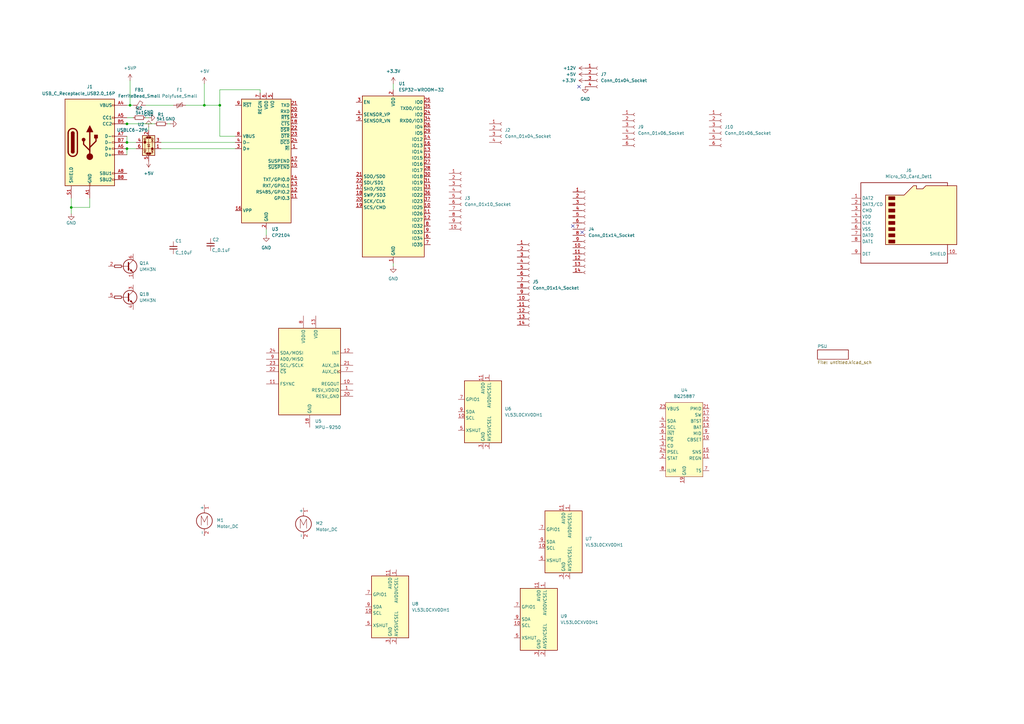
<source format=kicad_sch>
(kicad_sch (version 20231120) (generator "eeschema") (generator_version "8.0")
  (paper "A3")
  (title_block (title "Robot") (date "2024-09-24") (rev "1.0"))
  (lib_symbols
    (symbol "Battery_Management:BQ25887"
      (property "Reference" "U" (at 6.985 16.51 0))
      (property "Value" "BQ25887" (at -3.175 16.51 0))
      (symbol "BQ25887_1_1"
        (rectangle (start -7.62 15.24) (end 7.62 -15.24) (fill (type background)))
        (pin open_collector line (at -10.16 0 0) (length 2.54) (name "~{PG}") (number "1"))
        (pin power_out line (at 10.16 0 180) (length 2.54) (name "CBSET") (number "10"))
        (pin power_out line (at 10.16 -7.62 180) (length 2.54) (name "REGN") (number "11"))
        (pin power_out line (at 10.16 7.62 180) (length 2.54) (name "BTST") (number "12"))
        (pin power_out line (at 10.16 5.08 180) (length 2.54) (name "BAT") (number "13"))
        (pin passive line (at 10.16 5.08 180) (length 2.54) hide (name "BAT") (number "14"))
        (pin output line (at 10.16 -5.08 180) (length 2.54) (name "SNS") (number "15"))
        (pin passive line (at 10.16 -5.08 180) (length 2.54) hide (name "SNS") (number "16"))
        (pin power_out line (at 10.16 10.16 180) (length 2.54) (name "SW") (number "17"))
        (pin passive line (at 10.16 10.16 180) (length 2.54) hide (name "SW") (number "18"))
        (pin power_in line (at 0 -17.78 90) (length 2.54) (name "GND") (number "19"))
        (pin open_collector line (at -10.16 -7.62 0) (length 2.54) (name "STAT") (number "2"))
        (pin passive line (at 0 -17.78 90) (length 2.54) hide (name "GND") (number "20"))
        (pin power_out line (at 10.16 12.7 180) (length 2.54) (name "PMID") (number "21"))
        (pin passive line (at 10.16 12.7 180) (length 2.54) hide (name "PMID") (number "22"))
        (pin power_in line (at -10.16 12.7 0) (length 2.54) (name "VBUS") (number "23"))
        (pin input line (at -10.16 -5.08 0) (length 2.54) (name "PSEL") (number "24"))
        (pin input line (at -10.16 -2.54 0) (length 2.54) (name "CD") (number "3"))
        (pin bidirectional line (at -10.16 7.62 0) (length 2.54) (name "SDA") (number "4"))
        (pin input line (at -10.16 5.08 0) (length 2.54) (name "SCL") (number "5"))
        (pin open_collector line (at -10.16 2.54 0) (length 2.54) (name "~{INT}") (number "6"))
        (pin input line (at 10.16 -12.7 180) (length 2.54) (name "TS") (number "7"))
        (pin input line (at -10.16 -12.7 0) (length 2.54) (name "ILIM") (number "8"))
        (pin input line (at 10.16 2.54 180) (length 2.54) (name "MID") (number "9"))
      )
    )
    (symbol "Connector:Conn_01x04_Socket" (pin_names (offset 1.016) hide)
      (property "Reference" "J" (at 0 5.08 0))
      (property "Value" "Conn_01x04_Socket" (at 0 -7.62 0))
      (symbol "Conn_01x04_Socket_1_1"
        (arc (start 0 -4.572) (mid -0.5058 -5.08) (end 0 -5.588) (stroke (width 0.1524)))
        (arc (start 0 -2.032) (mid -0.5058 -2.54) (end 0 -3.048) (stroke (width 0.1524)))
        (polyline (pts (xy -1.27 -5.08) (xy -0.508 -5.08)) (stroke (width 0.1524)))
        (polyline (pts (xy -1.27 -2.54) (xy -0.508 -2.54)) (stroke (width 0.1524)))
        (polyline (pts (xy -1.27 0) (xy -0.508 0)) (stroke (width 0.1524)))
        (polyline (pts (xy -1.27 2.54) (xy -0.508 2.54)) (stroke (width 0.1524)))
        (arc (start 0 0.508) (mid -0.5058 0) (end 0 -0.508) (stroke (width 0.1524)))
        (arc (start 0 3.048) (mid -0.5058 2.54) (end 0 2.032) (stroke (width 0.1524)))
        (pin passive line (at -5.08 2.54 0) (length 3.81) (name "Pin_1") (number "1"))
        (pin passive line (at -5.08 0 0) (length 3.81) (name "Pin_2") (number "2"))
        (pin passive line (at -5.08 -2.54 0) (length 3.81) (name "Pin_3") (number "3"))
        (pin passive line (at -5.08 -5.08 0) (length 3.81) (name "Pin_4") (number "4"))
      )
    )
    (symbol "Connector:Conn_01x06_Socket" (pin_names (offset 1.016) hide)
      (property "Reference" "J" (at 0 7.62 0))
      (property "Value" "Conn_01x06_Socket" (at 0 -10.16 0))
      (symbol "Conn_01x06_Socket_1_1"
        (arc (start 0 -7.112) (mid -0.5058 -7.62) (end 0 -8.128) (stroke (width 0.1524)))
        (arc (start 0 -4.572) (mid -0.5058 -5.08) (end 0 -5.588) (stroke (width 0.1524)))
        (arc (start 0 -2.032) (mid -0.5058 -2.54) (end 0 -3.048) (stroke (width 0.1524)))
        (polyline (pts (xy -1.27 -7.62) (xy -0.508 -7.62)) (stroke (width 0.1524)))
        (polyline (pts (xy -1.27 -5.08) (xy -0.508 -5.08)) (stroke (width 0.1524)))
        (polyline (pts (xy -1.27 -2.54) (xy -0.508 -2.54)) (stroke (width 0.1524)))
        (polyline (pts (xy -1.27 0) (xy -0.508 0)) (stroke (width 0.1524)))
        (polyline (pts (xy -1.27 2.54) (xy -0.508 2.54)) (stroke (width 0.1524)))
        (polyline (pts (xy -1.27 5.08) (xy -0.508 5.08)) (stroke (width 0.1524)))
        (arc (start 0 0.508) (mid -0.5058 0) (end 0 -0.508) (stroke (width 0.1524)))
        (arc (start 0 3.048) (mid -0.5058 2.54) (end 0 2.032) (stroke (width 0.1524)))
        (arc (start 0 5.588) (mid -0.5058 5.08) (end 0 4.572) (stroke (width 0.1524)))
        (pin passive line (at -5.08 5.08 0) (length 3.81) (name "Pin_1") (number "1"))
        (pin passive line (at -5.08 2.54 0) (length 3.81) (name "Pin_2") (number "2"))
        (pin passive line (at -5.08 0 0) (length 3.81) (name "Pin_3") (number "3"))
        (pin passive line (at -5.08 -2.54 0) (length 3.81) (name "Pin_4") (number "4"))
        (pin passive line (at -5.08 -5.08 0) (length 3.81) (name "Pin_5") (number "5"))
        (pin passive line (at -5.08 -7.62 0) (length 3.81) (name "Pin_6") (number "6"))
      )
    )
    (symbol "Connector:Conn_01x10_Socket" (pin_names (offset 1.016) hide)
      (property "Reference" "J" (at 0 12.7 0))
      (property "Value" "Conn_01x10_Socket" (at 0 -15.24 0))
      (symbol "Conn_01x10_Socket_1_1"
        (arc (start 0 -12.192) (mid -0.5058 -12.7) (end 0 -13.208) (stroke (width 0.1524)))
        (arc (start 0 -9.652) (mid -0.5058 -10.16) (end 0 -10.668) (stroke (width 0.1524)))
        (arc (start 0 -7.112) (mid -0.5058 -7.62) (end 0 -8.128) (stroke (width 0.1524)))
        (arc (start 0 -4.572) (mid -0.5058 -5.08) (end 0 -5.588) (stroke (width 0.1524)))
        (arc (start 0 -2.032) (mid -0.5058 -2.54) (end 0 -3.048) (stroke (width 0.1524)))
        (polyline (pts (xy -1.27 -12.7) (xy -0.508 -12.7)) (stroke (width 0.1524)))
        (polyline (pts (xy -1.27 -10.16) (xy -0.508 -10.16)) (stroke (width 0.1524)))
        (polyline (pts (xy -1.27 -7.62) (xy -0.508 -7.62)) (stroke (width 0.1524)))
        (polyline (pts (xy -1.27 -5.08) (xy -0.508 -5.08)) (stroke (width 0.1524)))
        (polyline (pts (xy -1.27 -2.54) (xy -0.508 -2.54)) (stroke (width 0.1524)))
        (polyline (pts (xy -1.27 0) (xy -0.508 0)) (stroke (width 0.1524)))
        (polyline (pts (xy -1.27 2.54) (xy -0.508 2.54)) (stroke (width 0.1524)))
        (polyline (pts (xy -1.27 5.08) (xy -0.508 5.08)) (stroke (width 0.1524)))
        (polyline (pts (xy -1.27 7.62) (xy -0.508 7.62)) (stroke (width 0.1524)))
        (polyline (pts (xy -1.27 10.16) (xy -0.508 10.16)) (stroke (width 0.1524)))
        (arc (start 0 0.508) (mid -0.5058 0) (end 0 -0.508) (stroke (width 0.1524)))
        (arc (start 0 3.048) (mid -0.5058 2.54) (end 0 2.032) (stroke (width 0.1524)))
        (arc (start 0 5.588) (mid -0.5058 5.08) (end 0 4.572) (stroke (width 0.1524)))
        (arc (start 0 8.128) (mid -0.5058 7.62) (end 0 7.112) (stroke (width 0.1524)))
        (arc (start 0 10.668) (mid -0.5058 10.16) (end 0 9.652) (stroke (width 0.1524)))
        (pin passive line (at -5.08 10.16 0) (length 3.81) (name "Pin_1") (number "1"))
        (pin passive line (at -5.08 -12.7 0) (length 3.81) (name "Pin_10") (number "10"))
        (pin passive line (at -5.08 7.62 0) (length 3.81) (name "Pin_2") (number "2"))
        (pin passive line (at -5.08 5.08 0) (length 3.81) (name "Pin_3") (number "3"))
        (pin passive line (at -5.08 2.54 0) (length 3.81) (name "Pin_4") (number "4"))
        (pin passive line (at -5.08 0 0) (length 3.81) (name "Pin_5") (number "5"))
        (pin passive line (at -5.08 -2.54 0) (length 3.81) (name "Pin_6") (number "6"))
        (pin passive line (at -5.08 -5.08 0) (length 3.81) (name "Pin_7") (number "7"))
        (pin passive line (at -5.08 -7.62 0) (length 3.81) (name "Pin_8") (number "8"))
        (pin passive line (at -5.08 -10.16 0) (length 3.81) (name "Pin_9") (number "9"))
      )
    )
    (symbol "Connector:Conn_01x14_Socket" (pin_names (offset 1.016) hide)
      (property "Reference" "J" (at 0 17.78 0))
      (property "Value" "Conn_01x14_Socket" (at 0 -20.32 0))
      (symbol "Conn_01x14_Socket_1_1"
        (arc (start 0 -17.272) (mid -0.5058 -17.78) (end 0 -18.288) (stroke (width 0.1524)))
        (arc (start 0 -14.732) (mid -0.5058 -15.24) (end 0 -15.748) (stroke (width 0.1524)))
        (arc (start 0 -12.192) (mid -0.5058 -12.7) (end 0 -13.208) (stroke (width 0.1524)))
        (arc (start 0 -9.652) (mid -0.5058 -10.16) (end 0 -10.668) (stroke (width 0.1524)))
        (arc (start 0 -7.112) (mid -0.5058 -7.62) (end 0 -8.128) (stroke (width 0.1524)))
        (arc (start 0 -4.572) (mid -0.5058 -5.08) (end 0 -5.588) (stroke (width 0.1524)))
        (arc (start 0 -2.032) (mid -0.5058 -2.54) (end 0 -3.048) (stroke (width 0.1524)))
        (polyline (pts (xy -1.27 -17.78) (xy -0.508 -17.78)) (stroke (width 0.1524)))
        (polyline (pts (xy -1.27 -15.24) (xy -0.508 -15.24)) (stroke (width 0.1524)))
        (polyline (pts (xy -1.27 -12.7) (xy -0.508 -12.7)) (stroke (width 0.1524)))
        (polyline (pts (xy -1.27 -10.16) (xy -0.508 -10.16)) (stroke (width 0.1524)))
        (polyline (pts (xy -1.27 -7.62) (xy -0.508 -7.62)) (stroke (width 0.1524)))
        (polyline (pts (xy -1.27 -5.08) (xy -0.508 -5.08)) (stroke (width 0.1524)))
        (polyline (pts (xy -1.27 -2.54) (xy -0.508 -2.54)) (stroke (width 0.1524)))
        (polyline (pts (xy -1.27 0) (xy -0.508 0)) (stroke (width 0.1524)))
        (polyline (pts (xy -1.27 2.54) (xy -0.508 2.54)) (stroke (width 0.1524)))
        (polyline (pts (xy -1.27 5.08) (xy -0.508 5.08)) (stroke (width 0.1524)))
        (polyline (pts (xy -1.27 7.62) (xy -0.508 7.62)) (stroke (width 0.1524)))
        (polyline (pts (xy -1.27 10.16) (xy -0.508 10.16)) (stroke (width 0.1524)))
        (polyline (pts (xy -1.27 12.7) (xy -0.508 12.7)) (stroke (width 0.1524)))
        (polyline (pts (xy -1.27 15.24) (xy -0.508 15.24)) (stroke (width 0.1524)))
        (arc (start 0 0.508) (mid -0.5058 0) (end 0 -0.508) (stroke (width 0.1524)))
        (arc (start 0 3.048) (mid -0.5058 2.54) (end 0 2.032) (stroke (width 0.1524)))
        (arc (start 0 5.588) (mid -0.5058 5.08) (end 0 4.572) (stroke (width 0.1524)))
        (arc (start 0 8.128) (mid -0.5058 7.62) (end 0 7.112) (stroke (width 0.1524)))
        (arc (start 0 10.668) (mid -0.5058 10.16) (end 0 9.652) (stroke (width 0.1524)))
        (arc (start 0 13.208) (mid -0.5058 12.7) (end 0 12.192) (stroke (width 0.1524)))
        (arc (start 0 15.748) (mid -0.5058 15.24) (end 0 14.732) (stroke (width 0.1524)))
        (pin passive line (at -5.08 15.24 0) (length 3.81) (name "Pin_1") (number "1"))
        (pin passive line (at -5.08 -7.62 0) (length 3.81) (name "Pin_10") (number "10"))
        (pin passive line (at -5.08 -10.16 0) (length 3.81) (name "Pin_11") (number "11"))
        (pin passive line (at -5.08 -12.7 0) (length 3.81) (name "Pin_12") (number "12"))
        (pin passive line (at -5.08 -15.24 0) (length 3.81) (name "Pin_13") (number "13"))
        (pin passive line (at -5.08 -17.78 0) (length 3.81) (name "Pin_14") (number "14"))
        (pin passive line (at -5.08 12.7 0) (length 3.81) (name "Pin_2") (number "2"))
        (pin passive line (at -5.08 10.16 0) (length 3.81) (name "Pin_3") (number "3"))
        (pin passive line (at -5.08 7.62 0) (length 3.81) (name "Pin_4") (number "4"))
        (pin passive line (at -5.08 5.08 0) (length 3.81) (name "Pin_5") (number "5"))
        (pin passive line (at -5.08 2.54 0) (length 3.81) (name "Pin_6") (number "6"))
        (pin passive line (at -5.08 0 0) (length 3.81) (name "Pin_7") (number "7"))
        (pin passive line (at -5.08 -2.54 0) (length 3.81) (name "Pin_8") (number "8"))
        (pin passive line (at -5.08 -5.08 0) (length 3.81) (name "Pin_9") (number "9"))
      )
    )
    (symbol "Connector:Micro_SD_Card_Det1"
      (property "Reference" "J" (at -16.51 17.78 0))
      (property "Value" "Micro_SD_Card_Det1" (at 16.51 17.78 0))
      (symbol "Micro_SD_Card_Det1_0_1"
        (rectangle (start -7.62 -6.985) (end -5.08 -8.255) (stroke (width 0.254)) (fill (type outline)))
        (rectangle (start -7.62 -4.445) (end -5.08 -5.715) (stroke (width 0.254)) (fill (type outline)))
        (rectangle (start -7.62 -1.905) (end -5.08 -3.175) (stroke (width 0.254)) (fill (type outline)))
        (rectangle (start -7.62 0.635) (end -5.08 -0.635) (stroke (width 0.254)) (fill (type outline)))
        (rectangle (start -7.62 3.175) (end -5.08 1.905) (stroke (width 0.254)) (fill (type outline)))
        (rectangle (start -7.62 5.715) (end -5.08 4.445) (stroke (width 0.254)) (fill (type outline)))
        (rectangle (start -7.62 8.255) (end -5.08 6.985) (stroke (width 0.254)) (fill (type outline)))
        (rectangle (start -7.62 10.795) (end -5.08 9.525) (stroke (width 0.254)) (fill (type outline)))
        (polyline (pts (xy 16.51 15.24) (xy 16.51 16.51) (xy -19.05 16.51) (xy -19.05 -16.51) (xy 16.51 -16.51) (xy 16.51 -8.89)) (stroke (width 0.254)))
        (polyline (pts (xy -8.89 -8.89) (xy -8.89 11.43) (xy -1.27 11.43) (xy 2.54 15.24) (xy 3.81 15.24) (xy 3.81 13.97) (xy 6.35 13.97) (xy 7.62 15.24) (xy 20.32 15.24) (xy 20.32 -8.89) (xy -8.89 -8.89)) (stroke (width 0.254)) (fill (type background)))
      )
      (symbol "Micro_SD_Card_Det1_1_1"
        (pin bidirectional line (at -22.86 10.16 0) (length 3.81) (name "DAT2") (number "1"))
        (pin passive line (at 20.32 -12.7 180) (length 3.81) (name "SHIELD") (number "10"))
        (pin bidirectional line (at -22.86 7.62 0) (length 3.81) (name "DAT3/CD") (number "2"))
        (pin input line (at -22.86 5.08 0) (length 3.81) (name "CMD") (number "3"))
        (pin power_in line (at -22.86 2.54 0) (length 3.81) (name "VDD") (number "4"))
        (pin input line (at -22.86 0 0) (length 3.81) (name "CLK") (number "5"))
        (pin power_in line (at -22.86 -2.54 0) (length 3.81) (name "VSS") (number "6"))
        (pin bidirectional line (at -22.86 -5.08 0) (length 3.81) (name "DAT0") (number "7"))
        (pin bidirectional line (at -22.86 -7.62 0) (length 3.81) (name "DAT1") (number "8"))
        (pin passive line (at -22.86 -12.7 0) (length 3.81) (name "DET") (number "9"))
      )
    )
    (symbol "Connector:USB_C_Receptacle_USB2.0_16P" (pin_names (offset 1.016))
      (property "Reference" "J" (at 0 22.225 0))
      (property "Value" "USB_C_Receptacle_USB2.0_16P" (at 0 19.685 0))
      (symbol "USB_C_Receptacle_USB2.0_16P_0_0"
        (rectangle (start -0.254 -17.78) (end 0.254 -16.764))
        (rectangle (start 10.16 -14.986) (end 9.144 -15.494))
        (rectangle (start 10.16 -12.446) (end 9.144 -12.954))
        (rectangle (start 10.16 -4.826) (end 9.144 -5.334))
        (rectangle (start 10.16 -2.286) (end 9.144 -2.794))
        (rectangle (start 10.16 0.254) (end 9.144 -0.254))
        (rectangle (start 10.16 2.794) (end 9.144 2.286))
        (rectangle (start 10.16 7.874) (end 9.144 7.366))
        (rectangle (start 10.16 10.414) (end 9.144 9.906))
        (rectangle (start 10.16 15.494) (end 9.144 14.986))
      )
      (symbol "USB_C_Receptacle_USB2.0_16P_0_1"
        (rectangle (start -10.16 17.78) (end 10.16 -17.78) (stroke (width 0.254)) (fill (type background)))
        (arc (start -8.89 -3.81) (mid -6.985 -5.7067) (end -5.08 -3.81) (stroke (width 0.508)))
        (arc (start -7.62 -3.81) (mid -6.985 -4.4423) (end -6.35 -3.81) (stroke (width 0.254)))
        (arc (start -7.62 -3.81) (mid -6.985 -4.4423) (end -6.35 -3.81) (stroke (width 0.254)) (fill (type outline)))
        (rectangle (start -7.62 -3.81) (end -6.35 3.81) (stroke (width 0.254)) (fill (type outline)))
        (arc (start -6.35 3.81) (mid -6.985 4.4423) (end -7.62 3.81) (stroke (width 0.254)))
        (arc (start -6.35 3.81) (mid -6.985 4.4423) (end -7.62 3.81) (stroke (width 0.254)) (fill (type outline)))
        (arc (start -5.08 3.81) (mid -6.985 5.7067) (end -8.89 3.81) (stroke (width 0.508)))
        (circle (center -2.54 1.143) (radius 0.635) (stroke (width 0.254)) (fill (type outline)))
        (circle (center 0 -5.842) (radius 1.27) (fill (type outline)))
        (polyline (pts (xy -8.89 -3.81) (xy -8.89 3.81)) (stroke (width 0.508)))
        (polyline (pts (xy -5.08 3.81) (xy -5.08 -3.81)) (stroke (width 0.508)))
        (polyline (pts (xy 0 -5.842) (xy 0 4.318)) (stroke (width 0.508)))
        (polyline (pts (xy 0 -3.302) (xy -2.54 -0.762) (xy -2.54 0.508)) (stroke (width 0.508)))
        (polyline (pts (xy 0 -2.032) (xy 2.54 0.508) (xy 2.54 1.778)) (stroke (width 0.508)))
        (polyline (pts (xy -1.27 4.318) (xy 0 6.858) (xy 1.27 4.318) (xy -1.27 4.318)) (stroke (width 0.254)) (fill (type outline)))
        (rectangle (start 1.905 1.778) (end 3.175 3.048) (stroke (width 0.254)) (fill (type outline)))
      )
      (symbol "USB_C_Receptacle_USB2.0_16P_1_1"
        (pin passive line (at 0 -22.86 90) (length 5.08) (name "GND") (number "A1"))
        (pin passive line (at 0 -22.86 90) (length 5.08) hide (name "GND") (number "A12"))
        (pin passive line (at 15.24 15.24 180) (length 5.08) (name "VBUS") (number "A4"))
        (pin bidirectional line (at 15.24 10.16 180) (length 5.08) (name "CC1") (number "A5"))
        (pin bidirectional line (at 15.24 -2.54 180) (length 5.08) (name "D+") (number "A6"))
        (pin bidirectional line (at 15.24 2.54 180) (length 5.08) (name "D-") (number "A7"))
        (pin bidirectional line (at 15.24 -12.7 180) (length 5.08) (name "SBU1") (number "A8"))
        (pin passive line (at 15.24 15.24 180) (length 5.08) hide (name "VBUS") (number "A9"))
        (pin passive line (at 0 -22.86 90) (length 5.08) hide (name "GND") (number "B1"))
        (pin passive line (at 0 -22.86 90) (length 5.08) hide (name "GND") (number "B12"))
        (pin passive line (at 15.24 15.24 180) (length 5.08) hide (name "VBUS") (number "B4"))
        (pin bidirectional line (at 15.24 7.62 180) (length 5.08) (name "CC2") (number "B5"))
        (pin bidirectional line (at 15.24 -5.08 180) (length 5.08) (name "D+") (number "B6"))
        (pin bidirectional line (at 15.24 0 180) (length 5.08) (name "D-") (number "B7"))
        (pin bidirectional line (at 15.24 -15.24 180) (length 5.08) (name "SBU2") (number "B8"))
        (pin passive line (at 15.24 15.24 180) (length 5.08) hide (name "VBUS") (number "B9"))
        (pin passive line (at -7.62 -22.86 90) (length 5.08) (name "SHIELD") (number "S1"))
      )
    )
    (symbol "Device:C_Small" (pin_numbers hide) (pin_names (offset 0.254) hide)
      (property "Reference" "C" (at 0.254 1.778 0))
      (property "Value" "C_Small" (at 0.254 -2.032 0))
      (symbol "C_Small_0_1"
        (polyline (pts (xy -1.524 -0.508) (xy 1.524 -0.508)) (stroke (width 0.3302)))
        (polyline (pts (xy -1.524 0.508) (xy 1.524 0.508)) (stroke (width 0.3048)))
      )
      (symbol "C_Small_1_1"
        (pin passive line (at 0 2.54 270) (length 2.032) (name "~") (number "1"))
        (pin passive line (at 0 -2.54 90) (length 2.032) (name "~") (number "2"))
      )
    )
    (symbol "Device:FerriteBead_Small" (pin_numbers hide) (pin_names (offset 0))
      (property "Reference" "FB" (at 1.905 1.27 0))
      (property "Value" "FerriteBead_Small" (at 1.905 -1.27 0))
      (symbol "FerriteBead_Small_0_1"
        (polyline (pts (xy 0 -1.27) (xy 0 -0.7874)))
        (polyline (pts (xy 0 0.889) (xy 0 1.2954)))
        (polyline (pts (xy -1.8288 0.2794) (xy -1.1176 1.4986) (xy 1.8288 -0.2032) (xy 1.1176 -1.4224) (xy -1.8288 0.2794)))
      )
      (symbol "FerriteBead_Small_1_1"
        (pin passive line (at 0 2.54 270) (length 1.27) (name "~") (number "1"))
        (pin passive line (at 0 -2.54 90) (length 1.27) (name "~") (number "2"))
      )
    )
    (symbol "Device:Polyfuse_Small" (pin_numbers hide) (pin_names (offset 0))
      (property "Reference" "F" (at -1.905 0 90))
      (property "Value" "Polyfuse_Small" (at 1.905 0 90))
      (symbol "Polyfuse_Small_0_1"
        (rectangle (start -0.508 1.27) (end 0.508 -1.27))
        (polyline (pts (xy 0 2.54) (xy 0 -2.54)))
        (polyline (pts (xy -1.016 1.27) (xy -1.016 0.762) (xy 1.016 -0.762) (xy 1.016 -1.27)))
      )
      (symbol "Polyfuse_Small_1_1"
        (pin passive line (at 0 2.54 270) (length 0.635) (name "~") (number "1"))
        (pin passive line (at 0 -2.54 90) (length 0.635) (name "~") (number "2"))
      )
    )
    (symbol "Device:R_Small" (pin_numbers hide) (pin_names (offset 0.254) hide)
      (property "Reference" "R" (at 0.762 0.508 0))
      (property "Value" "R_Small" (at 0.762 -1.016 0))
      (symbol "R_Small_0_1"
        (rectangle (start -0.762 1.778) (end 0.762 -1.778) (stroke (width 0.2032)))
      )
      (symbol "R_Small_1_1"
        (pin passive line (at 0 2.54 270) (length 0.762) (name "~") (number "1"))
        (pin passive line (at 0 -2.54 90) (length 0.762) (name "~") (number "2"))
      )
    )
    (symbol "Interface_USB:CP2104"
      (property "Reference" "U" (at -5.08 28.575 0))
      (property "Value" "CP2104" (at -5.08 26.67 0))
      (symbol "CP2104_1_1"
        (rectangle (start -10.16 25.4) (end 10.16 -25.4) (stroke (width 0.254)) (fill (type background)))
        (pin input line (at 12.7 5.08 180) (length 2.54) (name "~{RI}") (number "1"))
        (pin no_connect line (at 10.16 -20.32 180) (length 2.54) hide (name "NC") (number "10"))
        (pin bidirectional line (at 12.7 -15.24 180) (length 2.54) (name "GPIO.3") (number "11"))
        (pin bidirectional line (at 12.7 -12.7 180) (length 2.54) (name "RS485/GPIO.2") (number "12"))
        (pin bidirectional line (at 12.7 -10.16 180) (length 2.54) (name "RXT/GPIO.1") (number "13"))
        (pin bidirectional line (at 12.7 -7.62 180) (length 2.54) (name "TXT/GPIO.0") (number "14"))
        (pin output line (at 12.7 -2.54 180) (length 2.54) (name "~{SUSPEND}") (number "15"))
        (pin passive line (at -12.7 -20.32 0) (length 2.54) (name "VPP") (number "16"))
        (pin output line (at 12.7 0 180) (length 2.54) (name "SUSPEND") (number "17"))
        (pin input line (at 12.7 15.24 180) (length 2.54) (name "~{CTS}") (number "18"))
        (pin output line (at 12.7 17.78 180) (length 2.54) (name "~{RTS}") (number "19"))
        (pin power_in line (at 0 -27.94 90) (length 2.54) (name "GND") (number "2"))
        (pin input line (at 12.7 20.32 180) (length 2.54) (name "RXD") (number "20"))
        (pin output line (at 12.7 22.86 180) (length 2.54) (name "TXD") (number "21"))
        (pin input line (at 12.7 12.7 180) (length 2.54) (name "~{DSR}") (number "22"))
        (pin output line (at 12.7 10.16 180) (length 2.54) (name "~{DTR}") (number "23"))
        (pin input line (at 12.7 7.62 180) (length 2.54) (name "~{DCD}") (number "24"))
        (pin passive line (at 0 -27.94 90) (length 2.54) hide (name "GND") (number "25"))
        (pin bidirectional line (at -12.7 5.08 0) (length 2.54) (name "D+") (number "3"))
        (pin bidirectional line (at -12.7 7.62 0) (length 2.54) (name "D-") (number "4"))
        (pin power_in line (at 2.54 27.94 270) (length 2.54) (name "VIO") (number "5"))
        (pin power_in line (at 0 27.94 270) (length 2.54) (name "VDD") (number "6"))
        (pin power_in line (at -2.54 27.94 270) (length 2.54) (name "REGIN") (number "7"))
        (pin input line (at -12.7 10.16 0) (length 2.54) (name "VBUS") (number "8"))
        (pin bidirectional line (at -12.7 22.86 0) (length 2.54) (name "~{RST}") (number "9"))
      )
    )
    (symbol "Motor:Motor_DC" (pin_names (offset 0))
      (property "Reference" "M" (at 2.54 2.54 0))
      (property "Value" "Motor_DC" (at 2.54 -5.08 0))
      (symbol "Motor_DC_0_0"
        (polyline (pts (xy -1.27 -3.302) (xy -1.27 0.508) (xy 0 -2.032) (xy 1.27 0.508) (xy 1.27 -3.302)))
      )
      (symbol "Motor_DC_0_1"
        (circle (center 0 -1.524) (radius 3.2512) (stroke (width 0.254)))
        (polyline (pts (xy 0 -7.62) (xy 0 -7.112)))
        (polyline (pts (xy 0 -4.7752) (xy 0 -5.1816)))
        (polyline (pts (xy 0 1.7272) (xy 0 2.0828)))
        (polyline (pts (xy 0 2.032) (xy 0 2.54)))
      )
      (symbol "Motor_DC_1_1"
        (pin passive line (at 0 5.08 270) (length 2.54) (name "+") (number "1"))
        (pin passive line (at 0 -7.62 90) (length 2.54) (name "-") (number "2"))
      )
    )
    (symbol "Power_Protection:USBLC6-2P6" (pin_names hide)
      (property "Reference" "U" (at 0.635 5.715 0))
      (property "Value" "USBLC6-2P6" (at 0.635 3.81 0))
      (symbol "USBLC6-2P6_0_0"
        (circle (center -1.524 0) (radius 0.0001) (stroke (width 0.508)))
        (circle (center -0.508 -4.572) (radius 0.0001) (stroke (width 0.508)))
        (circle (center -0.508 2.032) (radius 0.0001) (stroke (width 0.508)))
        (circle (center 0.508 -4.572) (radius 0.0001) (stroke (width 0.508)))
        (circle (center 0.508 2.032) (radius 0.0001) (stroke (width 0.508)))
        (circle (center 1.524 -2.54) (radius 0.0001) (stroke (width 0.508)))
      )
      (symbol "USBLC6-2P6_0_1"
        (polyline (pts (xy -2.54 -2.54) (xy 2.54 -2.54)))
        (polyline (pts (xy -2.54 0) (xy 2.54 0)))
        (polyline (pts (xy -2.032 -3.048) (xy -1.016 -3.048)))
        (polyline (pts (xy -1.016 1.524) (xy -2.032 1.524)))
        (polyline (pts (xy 1.016 -3.048) (xy 2.032 -3.048)))
        (polyline (pts (xy 1.016 1.524) (xy 2.032 1.524)))
        (polyline (pts (xy -0.508 -1.143) (xy -0.508 -0.762) (xy 0.508 -0.762)))
        (polyline (pts (xy -2.032 0.508) (xy -1.016 0.508) (xy -1.524 1.524) (xy -2.032 0.508)))
        (polyline (pts (xy -1.016 -4.064) (xy -2.032 -4.064) (xy -1.524 -3.048) (xy -1.016 -4.064)))
        (polyline (pts (xy 0.508 -1.778) (xy -0.508 -1.778) (xy 0 -0.762) (xy 0.508 -1.778)))
        (polyline (pts (xy 2.032 -4.064) (xy 1.016 -4.064) (xy 1.524 -3.048) (xy 2.032 -4.064)))
        (polyline (pts (xy 2.032 0.508) (xy 1.016 0.508) (xy 1.524 1.524) (xy 2.032 0.508)))
        (polyline (pts (xy 0 2.54) (xy -0.508 2.032) (xy 0.508 2.032) (xy 0 1.524) (xy 0 -4.064) (xy -0.508 -4.572) (xy 0.508 -4.572) (xy 0 -5.08)))
      )
      (symbol "USBLC6-2P6_1_1"
        (rectangle (start -2.54 2.794) (end 2.54 -5.334) (stroke (width 0.254)) (fill (type background)))
        (polyline (pts (xy -0.508 2.032) (xy -1.524 2.032) (xy -1.524 -4.572) (xy -0.508 -4.572)))
        (polyline (pts (xy 0.508 -4.572) (xy 1.524 -4.572) (xy 1.524 2.032) (xy 0.508 2.032)))
        (pin passive line (at -5.08 0 0) (length 2.54) (name "I/O1") (number "1"))
        (pin passive line (at 0 -7.62 90) (length 2.54) (name "GND") (number "2"))
        (pin passive line (at -5.08 -2.54 0) (length 2.54) (name "I/O2") (number "3"))
        (pin passive line (at 5.08 -2.54 180) (length 2.54) (name "I/O2") (number "4"))
        (pin passive line (at 0 5.08 270) (length 2.54) (name "VBUS") (number "5"))
        (pin passive line (at 5.08 0 180) (length 2.54) (name "I/O1") (number "6"))
      )
    )
    (symbol "RF_Module:ESP32-WROOM-32"
      (property "Reference" "U" (at -12.7 34.29 0))
      (property "Value" "ESP32-WROOM-32" (at 1.27 34.29 0))
      (symbol "ESP32-WROOM-32_0_1"
        (rectangle (start -12.7 33.02) (end 12.7 -33.02) (stroke (width 0.254)) (fill (type background)))
      )
      (symbol "ESP32-WROOM-32_1_1"
        (pin power_in line (at 0 -35.56 90) (length 2.54) (name "GND") (number "1"))
        (pin bidirectional line (at 15.24 -12.7 180) (length 2.54) (name "IO25") (number "10"))
        (pin bidirectional line (at 15.24 -15.24 180) (length 2.54) (name "IO26") (number "11"))
        (pin bidirectional line (at 15.24 -17.78 180) (length 2.54) (name "IO27") (number "12"))
        (pin bidirectional line (at 15.24 10.16 180) (length 2.54) (name "IO14") (number "13"))
        (pin bidirectional line (at 15.24 15.24 180) (length 2.54) (name "IO12") (number "14"))
        (pin passive line (at 0 -35.56 90) (length 2.54) hide (name "GND") (number "15"))
        (pin bidirectional line (at 15.24 12.7 180) (length 2.54) (name "IO13") (number "16"))
        (pin bidirectional line (at -15.24 -5.08 0) (length 2.54) (name "SHD/SD2") (number "17"))
        (pin bidirectional line (at -15.24 -7.62 0) (length 2.54) (name "SWP/SD3") (number "18"))
        (pin bidirectional line (at -15.24 -12.7 0) (length 2.54) (name "SCS/CMD") (number "19"))
        (pin power_in line (at 0 35.56 270) (length 2.54) (name "VDD") (number "2"))
        (pin bidirectional line (at -15.24 -10.16 0) (length 2.54) (name "SCK/CLK") (number "20"))
        (pin bidirectional line (at -15.24 0 0) (length 2.54) (name "SDO/SD0") (number "21"))
        (pin bidirectional line (at -15.24 -2.54 0) (length 2.54) (name "SDI/SD1") (number "22"))
        (pin bidirectional line (at 15.24 7.62 180) (length 2.54) (name "IO15") (number "23"))
        (pin bidirectional line (at 15.24 25.4 180) (length 2.54) (name "IO2") (number "24"))
        (pin bidirectional line (at 15.24 30.48 180) (length 2.54) (name "IO0") (number "25"))
        (pin bidirectional line (at 15.24 20.32 180) (length 2.54) (name "IO4") (number "26"))
        (pin bidirectional line (at 15.24 5.08 180) (length 2.54) (name "IO16") (number "27"))
        (pin bidirectional line (at 15.24 2.54 180) (length 2.54) (name "IO17") (number "28"))
        (pin bidirectional line (at 15.24 17.78 180) (length 2.54) (name "IO5") (number "29"))
        (pin input line (at -15.24 30.48 0) (length 2.54) (name "EN") (number "3"))
        (pin bidirectional line (at 15.24 0 180) (length 2.54) (name "IO18") (number "30"))
        (pin bidirectional line (at 15.24 -2.54 180) (length 2.54) (name "IO19") (number "31"))
        (pin no_connect line (at -12.7 -27.94 0) (length 2.54) hide (name "NC") (number "32"))
        (pin bidirectional line (at 15.24 -5.08 180) (length 2.54) (name "IO21") (number "33"))
        (pin bidirectional line (at 15.24 22.86 180) (length 2.54) (name "RXD0/IO3") (number "34"))
        (pin bidirectional line (at 15.24 27.94 180) (length 2.54) (name "TXD0/IO1") (number "35"))
        (pin bidirectional line (at 15.24 -7.62 180) (length 2.54) (name "IO22") (number "36"))
        (pin bidirectional line (at 15.24 -10.16 180) (length 2.54) (name "IO23") (number "37"))
        (pin passive line (at 0 -35.56 90) (length 2.54) hide (name "GND") (number "38"))
        (pin passive line (at 0 -35.56 90) (length 2.54) hide (name "GND") (number "39"))
        (pin input line (at -15.24 25.4 0) (length 2.54) (name "SENSOR_VP") (number "4"))
        (pin input line (at -15.24 22.86 0) (length 2.54) (name "SENSOR_VN") (number "5"))
        (pin input line (at 15.24 -25.4 180) (length 2.54) (name "IO34") (number "6"))
        (pin input line (at 15.24 -27.94 180) (length 2.54) (name "IO35") (number "7"))
        (pin bidirectional line (at 15.24 -20.32 180) (length 2.54) (name "IO32") (number "8"))
        (pin bidirectional line (at 15.24 -22.86 180) (length 2.54) (name "IO33") (number "9"))
      )
    )
    (symbol "Sensor_Distance:VL53L0CXV0DH1"
      (property "Reference" "U" (at -6.35 13.97 0))
      (property "Value" "VL53L0CXV0DH1" (at 12.065 13.97 0))
      (symbol "VL53L0CXV0DH1_0_1"
        (rectangle (start -7.62 12.7) (end 7.62 -12.7) (stroke (width 0.254)) (fill (type background)))
      )
      (symbol "VL53L0CXV0DH1_1_1"
        (pin power_in line (at 2.54 15.24 270) (length 2.54) (name "AVDDVCSEL") (number "1"))
        (pin input line (at -10.16 -2.54 0) (length 2.54) (name "SCL") (number "10"))
        (pin power_in line (at 0 15.24 270) (length 2.54) (name "AVDD") (number "11"))
        (pin passive line (at 0 -15.24 90) (length 2.54) hide (name "GND") (number "12"))
        (pin power_in line (at 2.54 -15.24 90) (length 2.54) (name "AVSSVCSEL") (number "2"))
        (pin power_in line (at 0 -15.24 90) (length 2.54) (name "GND") (number "3"))
        (pin passive line (at 0 -15.24 90) (length 2.54) hide (name "GND") (number "4"))
        (pin input line (at -10.16 -7.62 0) (length 2.54) (name "XSHUT") (number "5"))
        (pin passive line (at 0 -15.24 90) (length 2.54) hide (name "GND") (number "6"))
        (pin open_collector line (at -10.16 5.08 0) (length 2.54) (name "GPIO1") (number "7"))
        (pin no_connect line (at -7.62 7.62 0) (length 2.54) hide (name "DNC") (number "8"))
        (pin bidirectional line (at -10.16 0 0) (length 2.54) (name "SDA") (number "9"))
      )
    )
    (symbol "Sensor_Motion:MPU-9250"
      (property "Reference" "U" (at -11.43 19.05 0))
      (property "Value" "MPU-9250" (at 7.62 -19.05 0))
      (symbol "MPU-9250_0_1"
        (rectangle (start -12.7 17.78) (end 12.7 -17.78) (stroke (width 0.254)) (fill (type background)))
      )
      (symbol "MPU-9250_1_1"
        (pin input line (at 17.78 -7.62 180) (length 5.08) (name "RESV_VDDIO") (number "1"))
        (pin passive line (at 17.78 -5.08 180) (length 5.08) (name "REGOUT") (number "10"))
        (pin input line (at -17.78 -5.08 0) (length 5.08) (name "FSYNC") (number "11"))
        (pin output line (at 17.78 7.62 180) (length 5.08) (name "INT") (number "12"))
        (pin power_in line (at 2.54 22.86 270) (length 5.08) (name "VDD") (number "13"))
        (pin power_in line (at 0 -22.86 90) (length 5.08) (name "GND") (number "18"))
        (pin power_in line (at 17.78 -10.16 180) (length 5.08) (name "RESV_GND") (number "20"))
        (pin bidirectional line (at 17.78 2.54 180) (length 5.08) (name "AUX_DA") (number "21"))
        (pin input line (at -17.78 0 0) (length 5.08) (name "~{CS}") (number "22"))
        (pin input line (at -17.78 2.54 0) (length 5.08) (name "SCL/SCLK") (number "23"))
        (pin bidirectional line (at -17.78 7.62 0) (length 5.08) (name "SDA/MOSI") (number "24"))
        (pin output clock (at 17.78 0 180) (length 5.08) (name "AUX_CL") (number "7"))
        (pin power_in line (at -2.54 22.86 270) (length 5.08) (name "VDDIO") (number "8"))
        (pin bidirectional line (at -17.78 5.08 0) (length 5.08) (name "AD0/MISO") (number "9"))
      )
    )
    (symbol "Transistor_BJT:UMH3N" (pin_names hide)
      (property "Reference" "Q" (at 7.62 1.27 0))
      (property "Value" "UMH3N" (at 7.62 -1.27 0))
      (symbol "UMH3N_0_1"
        (polyline (pts (xy 3.175 0) (xy 0.254 0)))
        (polyline (pts (xy 3.175 0.635) (xy 5.08 2.54)))
        (polyline (pts (xy 3.175 1.524) (xy 3.175 -1.524)) (stroke (width 0.508)))
        (polyline (pts (xy 3.175 -0.635) (xy 5.08 -2.54) (xy 5.08 -2.54)))
        (polyline (pts (xy 3.81 -1.778) (xy 4.318 -1.27) (xy 4.826 -2.286) (xy 3.81 -1.778) (xy 3.81 -1.778)) (fill (type outline)))
        (rectangle (start 0.254 0.508) (end -2.54 -0.508) (stroke (width 0.254)))
        (circle (center 3.81 0) (radius 2.8194) (stroke (width 0.254)))
      )
      (symbol "UMH3N_1_1"
        (pin passive line (at 5.08 -5.08 90) (length 2.54) (name "E1") (number "1"))
        (pin input line (at -5.08 0 0) (length 2.54) (name "B1") (number "2"))
        (pin passive line (at 5.08 5.08 270) (length 2.54) (name "C1") (number "6"))
      )
      (symbol "UMH3N_2_1"
        (pin passive line (at 5.08 5.08 270) (length 2.54) (name "C2") (number "3"))
        (pin passive line (at 5.08 -5.08 90) (length 2.54) (name "E2") (number "4"))
        (pin input line (at -5.08 0 0) (length 2.54) (name "B2") (number "5"))
      )
    )
    (symbol "power:+12V" (power) (pin_numbers hide) (pin_names (offset 0) hide)
      (property "Value" "+12V" (at 0 3.556 0))
      (symbol "+12V_0_1"
        (polyline (pts (xy -0.762 1.27) (xy 0 2.54)))
        (polyline (pts (xy 0 0) (xy 0 2.54)))
        (polyline (pts (xy 0 2.54) (xy 0.762 1.27)))
      )
      (symbol "+12V_1_1"
        (pin power_in line (at 0 0 90) (length 0) (name "~") (number "1"))
      )
    )
    (symbol "power:+3.3V" (power) (pin_numbers hide) (pin_names (offset 0) hide)
      (property "Value" "+3.3V" (at 0 3.556 0))
      (symbol "+3.3V_0_1"
        (polyline (pts (xy -0.762 1.27) (xy 0 2.54)))
        (polyline (pts (xy 0 0) (xy 0 2.54)))
        (polyline (pts (xy 0 2.54) (xy 0.762 1.27)))
      )
      (symbol "+3.3V_1_1"
        (pin power_in line (at 0 0 90) (length 0) (name "~") (number "1"))
      )
    )
    (symbol "power:+5V" (power) (pin_numbers hide) (pin_names (offset 0) hide)
      (property "Value" "+5V" (at 0 3.556 0))
      (symbol "+5V_0_1"
        (polyline (pts (xy -0.762 1.27) (xy 0 2.54)))
        (polyline (pts (xy 0 0) (xy 0 2.54)))
        (polyline (pts (xy 0 2.54) (xy 0.762 1.27)))
      )
      (symbol "+5V_1_1"
        (pin power_in line (at 0 0 90) (length 0) (name "~") (number "1"))
      )
    )
    (symbol "power:+5VP" (power) (pin_numbers hide) (pin_names (offset 0) hide)
      (property "Value" "+5VP" (at 0 3.556 0))
      (symbol "+5VP_0_1"
        (polyline (pts (xy -0.762 1.27) (xy 0 2.54)))
        (polyline (pts (xy 0 0) (xy 0 2.54)))
        (polyline (pts (xy 0 2.54) (xy 0.762 1.27)))
      )
      (symbol "+5VP_1_1"
        (pin power_in line (at 0 0 90) (length 0) (name "~") (number "1"))
      )
    )
    (symbol "power:GND" (power) (pin_numbers hide) (pin_names (offset 0) hide)
      (property "Value" "GND" (at 0 -3.81 0))
      (symbol "GND_0_1"
        (polyline (pts (xy 0 0) (xy 0 -1.27) (xy 1.27 -1.27) (xy 0 -2.54) (xy -1.27 -1.27) (xy 0 -1.27)))
      )
      (symbol "GND_1_1"
        (pin power_in line (at 0 0 270) (length 0) (name "~") (number "1"))
      )
    )
  )
  (junction (at 52.07 50.8))
  (junction (at 29.21 85.09))
  (junction (at 53.34 43.18))
  (junction (at 90.17 43.18))
  (junction (at 52.07 58.42))
  (junction (at 83.82 43.18))
  (junction (at 52.07 60.96))
  (no_connect (at 234.95 92.71))
  (no_connect (at 237.49 35.56))
  (no_connect (at 238.76 95.25))
  (no_connect (at 568.96 158.75))
  (wire (pts (xy 66.04 60.96) (xy 96.52 60.96)))
  (wire (pts (xy 106.68 36.83) (xy 90.17 36.83)))
  (wire (pts (xy 83.82 34.29) (xy 83.82 43.18)))
  (wire (pts (xy 29.21 85.09) (xy 29.21 81.28)))
  (wire (pts (xy 52.07 58.42) (xy 55.88 58.42)))
  (wire (pts (xy 52.07 60.96) (xy 55.88 60.96)))
  (wire (pts (xy 53.34 43.18) (xy 54.61 43.18)))
  (wire (pts (xy 60.96 52.07) (xy 60.96 53.34)))
  (wire (pts (xy 60.96 48.26) (xy 59.69 48.26)))
  (wire (pts (xy 66.04 58.42) (xy 96.52 58.42)))
  (wire (pts (xy 52.07 43.18) (xy 53.34 43.18)))
  (wire (pts (xy 53.34 33.02) (xy 53.34 43.18)))
  (wire (pts (xy 96.52 55.88) (xy 90.17 55.88)))
  (wire (pts (xy 52.07 55.88) (xy 52.07 58.42)))
  (wire (pts (xy 106.68 38.1) (xy 106.68 36.83)))
  (wire (pts (xy 83.82 43.18) (xy 90.17 43.18)))
  (wire (pts (xy 90.17 36.83) (xy 90.17 43.18)))
  (wire (pts (xy 59.69 43.18) (xy 71.12 43.18)))
  (wire (pts (xy 161.29 109.22) (xy 161.29 107.95)))
  (wire (pts (xy 52.07 50.8) (xy 63.5 50.8)))
  (wire (pts (xy 49.53 50.8) (xy 52.07 50.8)))
  (wire (pts (xy 69.85 50.8) (xy 68.58 50.8)))
  (wire (pts (xy 52.07 60.96) (xy 52.07 63.5)))
  (wire (pts (xy 90.17 43.18) (xy 90.17 55.88)))
  (wire (pts (xy 36.83 81.28) (xy 36.83 85.09)))
  (wire (pts (xy 161.29 34.29) (xy 161.29 36.83)))
  (wire (pts (xy 76.2 43.18) (xy 83.82 43.18)))
  (wire (pts (xy 54.61 48.26) (xy 52.07 48.26)))
  (wire (pts (xy 109.22 96.52) (xy 109.22 93.98)))
  (wire (pts (xy 29.21 87.63) (xy 29.21 85.09)))
  (wire (pts (xy 36.83 85.09) (xy 29.21 85.09)))
  (symbol (lib_id "power:GND") (at 60.96 52.07 180) (unit 1)
    (property "Reference" "#PWR06" (effects (hide yes)))
    (property "Value" "GND" (at 60.96 46.99 0))
    (property "Description" "Power symbol creates a global label with name \"GND\" , ground" (effects (hide yes)))
  )
  (symbol (lib_id "power:GND") (at 109.22 96.52 0) (unit 1)
    (property "Reference" "#PWR010" (effects (hide yes)))
    (property "Value" "GND" (at 109.22 101.6 0))
    (property "Description" "Power symbol creates a global label with name \"GND\" , ground" (effects (hide yes)))
  )
  (symbol (lib_id "Motor:Motor_DC") (at 83.82 212.09 0) (unit 1)
    (property "Reference" "M1" (at 88.9 213.3599 0) (effects (justify left)))
    (property "Value" "Motor_DC" (at 88.9 215.8999 0) (effects (justify left)))
    (property "Description" "DC Motor" (effects (hide yes)))
  )
  (symbol (lib_id "Device:Polyfuse_Small") (at 73.66 43.18 90) (unit 1)
    (property "Reference" "F1" (at 73.66 36.83 90))
    (property "Value" "Polyfuse_Small" (at 73.66 39.37 90))
    (property "Description" "Resettable fuse, polymeric positive temperature coefficient, small symbol" (effects (hide yes)))
  )
  (symbol (lib_id "Motor:Motor_DC") (at 124.46 213.36 0) (unit 1)
    (property "Reference" "M2" (at 129.54 214.6299 0) (effects (justify left)))
    (property "Value" "Motor_DC" (at 129.54 217.1699 0) (effects (justify left)))
    (property "Description" "DC Motor" (effects (hide yes)))
  )
  (symbol (lib_id "Device:C_Small") (at 86.36 100.33 0) (unit 1)
    (property "Reference" "C2" (at 87.122 98.298 0) (effects (justify left)))
    (property "Value" "C_0.1uF" (at 86.868 102.616 0) (effects (justify left)))
    (property "Description" "Unpolarized capacitor, small symbol" (effects (hide yes)))
  )
  (symbol (lib_id "power:+3.3V") (at 161.29 34.29 0) (unit 1)
    (property "Reference" "#PWR02" (effects (hide yes)))
    (property "Value" "+3.3V" (at 161.29 29.21 0))
    (property "Description" "Power symbol creates a global label with name \"+3.3V\"" (effects (hide yes)))
  )
  (symbol (lib_id "Sensor_Distance:VL53L0CXV0DH1") (at 220.98 254 0) (unit 1)
    (property "Reference" "U9" (at 229.87 252.7299 0) (effects (justify left)))
    (property "Value" "VL53L0CXV0DH1" (at 229.87 255.2699 0) (effects (justify left)))
    (property "Footprint" "Sensor_Distance:ST_VL53L1x" (effects (hide yes)))
    (property "Datasheet" "https://www.st.com/resource/en/datasheet/vl53l0x.pdf" (effects (hide yes)))
    (property "Description" "2m distance ranging ToF sensor, Optical LGA12" (effects (hide yes)))
  )
  (symbol (lib_id "Sensor_Distance:VL53L0CXV0DH1") (at 198.12 168.91 0) (unit 1)
    (property "Reference" "U6" (at 207.01 167.6399 0) (effects (justify left)))
    (property "Value" "VL53L0CXV0DH1" (at 207.01 170.1799 0) (effects (justify left)))
    (property "Footprint" "Sensor_Distance:ST_VL53L1x" (effects (hide yes)))
    (property "Datasheet" "https://www.st.com/resource/en/datasheet/vl53l0x.pdf" (effects (hide yes)))
    (property "Description" "2m distance ranging ToF sensor, Optical LGA12" (effects (hide yes)))
  )
  (symbol (lib_id "Device:FerriteBead_Small") (at 57.15 43.18 90) (unit 1)
    (property "Reference" "FB1" (at 57.1119 36.83 90))
    (property "Value" "FerriteBead_Small" (at 57.1119 39.37 90))
    (property "Description" "Ferrite bead, small symbol" (effects (hide yes)))
  )
  (symbol (lib_id "Connector:Conn_01x14_Socket") (at 240.03 93.98 0) (unit 1)
    (property "Reference" "J4" (at 241.3 93.9799 0) (effects (justify left)))
    (property "Value" "Conn_01x14_Socket" (at 241.3 96.5199 0) (effects (justify left)))
    (property "Description" "Generic connector, single row, 01x14, script generated" (effects (hide yes)))
  )
  (symbol (lib_id "Connector:Conn_01x04_Socket") (at 245.11 30.48 0) (unit 1)
    (property "Reference" "J7" (at 246.38 30.4799 0) (effects (justify left)))
    (property "Value" "Conn_01x04_Socket" (at 246.38 33.0199 0) (effects (justify left)))
    (property "Description" "Generic connector, single row, 01x04, script generated" (effects (hide yes)))
  )
  (symbol (lib_id "power:GND") (at 29.21 87.63 0) (unit 1)
    (property "Reference" "#PWR03" (effects (hide yes)))
    (property "Value" "GND" (at 29.21 91.44 0))
    (property "Description" "Power symbol creates a global label with name \"GND\" , ground" (effects (hide yes)))
  )
  (symbol (lib_id "Sensor_Motion:MPU-9250") (at 127 152.4 0) (unit 1)
    (property "Reference" "U5" (at 129.1941 172.72 0) (effects (justify left)))
    (property "Value" "MPU-9250" (at 129.1941 175.26 0) (effects (justify left)))
    (property "Footprint" "Sensor_Motion:InvenSense_QFN-24_3x3mm_P0.4mm" (effects (hide yes)))
    (property "Datasheet" "https://invensense.tdk.com/wp-content/uploads/2015/02/PS-MPU-9250A-01-v1.1.pdf" (effects (hide yes)))
    (property "Description" "InvenSense 9-Axis Motion Sensor, Accelerometer, Gyroscope, Compass, I2C/SPI" (effects (hide yes)))
  )
  (symbol (lib_id "Sensor_Distance:VL53L0CXV0DH1") (at 160.02 248.92 0) (unit 1)
    (property "Reference" "U8" (at 168.91 247.6499 0) (effects (justify left)))
    (property "Value" "VL53L0CXV0DH1" (at 168.91 250.1899 0) (effects (justify left)))
    (property "Footprint" "Sensor_Distance:ST_VL53L1x" (effects (hide yes)))
    (property "Datasheet" "https://www.st.com/resource/en/datasheet/vl53l0x.pdf" (effects (hide yes)))
    (property "Description" "2m distance ranging ToF sensor, Optical LGA12" (effects (hide yes)))
  )
  (symbol (lib_id "power:+5VP") (at 53.34 33.02 0) (unit 1)
    (property "Reference" "#PWR07" (effects (hide yes)))
    (property "Value" "+5VP" (at 53.34 27.94 0))
    (property "Description" "Power symbol creates a global label with name \"+5VP\"" (effects (hide yes)))
  )
  (symbol (lib_id "Power_Protection:USBLC6-2P6") (at 60.96 60.96 180) (unit 1)
    (property "Reference" "U2" (at 59.182 51.054 0) (effects (justify left)))
    (property "Value" "USBLC6-2P6" (at 60.706 53.34 0) (effects (justify left)))
    (property "Footprint" "Package_TO_SOT_SMD:SOT-666" (effects (hide yes)))
    (property "Datasheet" "https://www.st.com/resource/en/datasheet/usblc6-2.pdf" (effects (hide yes)))
    (property "Description" "Very low capacitance ESD protection diode, 2 data-line, SOT-666" (effects (hide yes)))
  )
  (symbol (lib_id "power:GND") (at 240.03 35.56 0) (unit 1)
    (property "Reference" "#PWR011" (effects (hide yes)))
    (property "Value" "GND" (at 240.03 40.64 0))
    (property "Description" "Power symbol creates a global label with name \"GND\" , ground" (effects (hide yes)))
  )
  (symbol (lib_id "power:GND") (at 69.85 50.8 90) (unit 1)
    (property "Reference" "#PWR04" (effects (hide yes)))
    (property "Value" "GND" (at 69.85 48.768 90))
    (property "Description" "Power symbol creates a global label with name \"GND\" , ground" (effects (hide yes)))
  )
  (symbol (lib_id "Device:R_Small") (at 66.04 50.8 90) (unit 1)
    (property "Reference" "R1" (at 67.31 46.99 90) (effects (justify left)))
    (property "Value" "5k1" (at 67.818 48.768 90) (effects (justify left)))
    (property "Description" "Resistor, small symbol" (effects (hide yes)))
  )
  (symbol (lib_id "Sensor_Distance:VL53L0CXV0DH1") (at 231.14 222.25 0) (unit 1)
    (property "Reference" "U7" (at 240.03 220.9799 0) (effects (justify left)))
    (property "Value" "VL53L0CXV0DH1" (at 240.03 223.5199 0) (effects (justify left)))
    (property "Footprint" "Sensor_Distance:ST_VL53L1x" (effects (hide yes)))
    (property "Datasheet" "https://www.st.com/resource/en/datasheet/vl53l0x.pdf" (effects (hide yes)))
    (property "Description" "2m distance ranging ToF sensor, Optical LGA12" (effects (hide yes)))
  )
  (symbol (lib_id "Transistor_BJT:UMH3N") (at 49.53 109.22 0) (unit 1)
    (property "Reference" "Q1" (at 57.15 107.9499 0) (effects (justify left)))
    (property "Value" "UMH3N" (at 57.15 110.4899 0) (effects (justify left)))
    (property "Footprint" "Package_TO_SOT_SMD:SOT-363_SC-70-6" (effects (hide yes)))
    (property "Datasheet" "http://rohmfs.rohm.com/en/products/databook/datasheet/discrete/transistor/digital/emh3t2r-e.pdf" (effects (hide yes)))
    (property "Description" "0.1A Ic, 50V Vce, Dual NPN Input Resistor Transistors, SOT-363" (effects (hide yes)))
  )
  (symbol (lib_id "Connector:Conn_01x10_Socket") (at 189.23 81.28 0) (unit 1)
    (property "Reference" "J3" (at 190.5 81.2799 0) (effects (justify left)))
    (property "Value" "Conn_01x10_Socket" (at 190.5 83.8199 0) (effects (justify left)))
    (property "Description" "Generic connector, single row, 01x10, script generated" (effects (hide yes)))
  )
  (symbol (lib_id "Interface_USB:CP2104") (at 109.22 66.04 0) (unit 1)
    (property "Reference" "U3" (at 111.4141 93.98 0) (effects (justify left)))
    (property "Value" "CP2104" (at 111.4141 96.52 0) (effects (justify left)))
    (property "Footprint" "Package_DFN_QFN:QFN-24-1EP_4x4mm_P0.5mm_EP2.6x2.6mm" (effects (hide yes)))
    (property "Datasheet" "https://www.silabs.com/documents/public/data-sheets/cp2104.pdf" (effects (hide yes)))
    (property "Description" "Single-Chip USB-to-UART Bridge, USB 2.0 Full-Speed, 2Mbps UART, QFN-24" (effects (hide yes)))
  )
  (symbol (lib_id "power:+12V") (at 240.03 27.94 90) (unit 1)
    (property "Reference" "#PWR013" (effects (hide yes)))
    (property "Value" "+12V" (at 236.22 27.9399 90) (effects (justify left)))
    (property "Description" "Power symbol creates a global label with name \"+12V\"" (effects (hide yes)))
  )
  (symbol (lib_id "power:GND") (at 161.29 109.22 0) (unit 1)
    (property "Reference" "#PWR01" (effects (hide yes)))
    (property "Value" "GND" (at 161.29 114.3 0))
    (property "Description" "Power symbol creates a global label with name \"GND\" , ground" (effects (hide yes)))
  )
  (symbol (lib_id "Transistor_BJT:UMH3N") (at 49.53 121.92 0) (unit 2)
    (property "Reference" "Q1" (at 57.15 120.6499 0) (effects (justify left)))
    (property "Value" "UMH3N" (at 57.15 123.1899 0) (effects (justify left)))
    (property "Footprint" "Package_TO_SOT_SMD:SOT-363_SC-70-6" (effects (hide yes)))
    (property "Datasheet" "http://rohmfs.rohm.com/en/products/databook/datasheet/discrete/transistor/digital/emh3t2r-e.pdf" (effects (hide yes)))
    (property "Description" "0.1A Ic, 50V Vce, Dual NPN Input Resistor Transistors, SOT-363" (effects (hide yes)))
  )
  (symbol (lib_id "power:+3.3V") (at 240.03 33.02 90) (unit 1)
    (property "Reference" "#PWR012" (effects (hide yes)))
    (property "Value" "+3.3V" (at 236.22 33.0199 90) (effects (justify left)))
    (property "Description" "Power symbol creates a global label with name \"+3.3V\"" (effects (hide yes)))
  )
  (symbol (lib_id "Connector:Conn_01x04_Socket") (at 205.74 53.34 0) (unit 1)
    (property "Reference" "J2" (at 207.01 53.3399 0) (effects (justify left)))
    (property "Value" "Conn_01x04_Socket" (at 207.01 55.8799 0) (effects (justify left)))
    (property "Description" "Generic connector, single row, 01x04, script generated" (effects (hide yes)))
  )
  (symbol (lib_id "Connector:Conn_01x06_Socket") (at 260.35 52.07 0) (unit 1)
    (property "Reference" "J9" (at 261.62 52.0699 0) (effects (justify left)))
    (property "Value" "Conn_01x06_Socket" (at 261.62 54.6099 0) (effects (justify left)))
    (property "Description" "Generic connector, single row, 01x06, script generated" (effects (hide yes)))
  )
  (symbol (lib_id "power:GND") (at 60.96 48.26 90) (unit 1)
    (property "Reference" "#PWR05" (effects (hide yes)))
    (property "Value" "GND" (at 60.96 45.974 90))
    (property "Description" "Power symbol creates a global label with name \"GND\" , ground" (effects (hide yes)))
  )
  (symbol (lib_id "power:+5V") (at 60.96 66.04 180) (unit 1)
    (property "Reference" "#PWR09" (effects (hide yes)))
    (property "Value" "+5V" (at 60.96 71.12 0))
    (property "Description" "Power symbol creates a global label with name \"+5V\"" (effects (hide yes)))
  )
  (symbol (lib_id "Battery_Management:BQ25887") (at 280.67 180.34 0) (unit 1)
    (property "Reference" "U4" (at 280.67 160.02 0))
    (property "Value" "BQ25887" (at 280.67 162.56 0))
    (property "Footprint" "Package_DFN_QFN:VQFN-24-1EP_4x4mm_P0.5mm_EP2.5x2.5mm" (effects (hide yes)))
    (property "Datasheet" "https://www.ti.com/lit/ds/symlink/bq25887.pdf" (effects (hide yes)))
    (property "Description" "I2C Controller 2-Cell 2A Boost mode LiIon Charger with cell balancing" (effects (hide yes)))
  )
  (symbol (lib_id "Connector:Conn_01x14_Socket") (at 217.17 115.57 0) (unit 1)
    (property "Reference" "J5" (at 218.44 115.5699 0) (effects (justify left)))
    (property "Value" "Conn_01x14_Socket" (at 218.44 118.1099 0) (effects (justify left)))
    (property "Description" "Generic connector, single row, 01x14, script generated" (effects (hide yes)))
  )
  (symbol (lib_id "Connector:Conn_01x06_Socket") (at 295.91 52.07 0) (unit 1)
    (property "Reference" "J10" (at 297.18 52.0699 0) (effects (justify left)))
    (property "Value" "Conn_01x06_Socket" (at 297.18 54.6099 0) (effects (justify left)))
    (property "Description" "Generic connector, single row, 01x06, script generated" (effects (hide yes)))
  )
  (symbol (lib_id "Connector:Micro_SD_Card_Det1") (at 372.11 91.44 0) (unit 1)
    (property "Reference" "J6" (at 372.745 69.85 0))
    (property "Value" "Micro_SD_Card_Det1" (at 372.745 72.39 0))
    (property "Footprint" "Connector_Card:microSIM_JAE_SF53S006VCBR2000" (effects (hide yes)))
    (property "Datasheet" "https://datasheet.lcsc.com/lcsc/2110151630_XKB-Connectivity-XKTF-015-N_C381082.pdf" (effects (hide yes)))
    (property "Description" "Micro SD Card Socket with one card detection pin" (effects (hide yes)))
  )
  (symbol (lib_id "Device:R_Small") (at 57.15 48.26 90) (unit 1)
    (property "Reference" "R2" (at 58.42 44.45 90) (effects (justify left)))
    (property "Value" "5k1" (at 59.182 46.228 90) (effects (justify left)))
    (property "Description" "Resistor, small symbol" (effects (hide yes)))
  )
  (symbol (lib_id "power:+5V") (at 240.03 30.48 90) (unit 1)
    (property "Reference" "#PWR014" (effects (hide yes)))
    (property "Value" "+5V" (at 236.22 30.4799 90) (effects (justify left)))
    (property "Description" "Power symbol creates a global label with name \"+5V\"" (effects (hide yes)))
  )
  (symbol (lib_id "RF_Module:ESP32-WROOM-32") (at 161.29 72.39 0) (unit 1)
    (property "Reference" "U1" (at 163.4841 34.29 0) (effects (justify left)))
    (property "Value" "ESP32-WROOM-32" (at 163.4841 36.83 0) (effects (justify left)))
    (property "Footprint" "RF_Module:ESP32-WROOM-32" (effects (hide yes)))
    (property "Datasheet" "https://www.espressif.com/sites/default/files/documentation/esp32-wroom-32_datasheet_en.pdf" (effects (hide yes)))
    (property "Description" "RF Module, ESP32-D0WDQ6 SoC, Wi-Fi 802.11b/g/n, Bluetooth, BLE, 32-bit, 2.7-3.6V, onboard antenna, SMD" (effects (hide yes)))
  )
  (symbol (lib_id "power:+5V") (at 83.82 34.29 0) (unit 1)
    (property "Reference" "#PWR08" (effects (hide yes)))
    (property "Value" "+5V" (at 83.82 29.21 0))
    (property "Description" "Power symbol creates a global label with name \"+5V\"" (effects (hide yes)))
  )
  (symbol (lib_id "Device:C_Small") (at 71.12 101.6 0) (unit 1)
    (property "Reference" "C1" (at 71.882 98.806 0) (effects (justify left)))
    (property "Value" "C_10uF" (at 71.882 103.632 0) (effects (justify left)))
    (property "Description" "Unpolarized capacitor, small symbol" (effects (hide yes)))
  )
  (symbol (lib_id "Connector:USB_C_Receptacle_USB2.0_16P") (at 36.83 58.42 0) (unit 1)
    (property "Reference" "J1" (at 36.83 35.56 0))
    (property "Value" "USB_C_Receptacle_USB2.0_16P" (at 32.258 38.354 0))
    (property "Footprint" "Connector_USB:USB_C_Receptacle_GCT_USB4105-xx-A_16P_TopMnt_Horizontal" (effects (hide yes)))
    (property "Datasheet" "https://www.usb.org/sites/default/files/documents/usb_type-c.zip" (effects (hide yes)))
    (property "Description" "USB 2.0-only 16P Type-C Receptacle connector" (effects (hide yes)))
  )
  (sheet (at 335.28 143.51) (size 12.7 3.81) (stroke (width 0.1524))
    (property "Sheetname" "PSU" (at 335.28 142.7984 0) (effects (justify left bottom)))
    (property "Sheetfile" "untitled.kicad_sch" (at 335.28 147.9046 0) (effects (justify left top)))
  )
)
</source>
